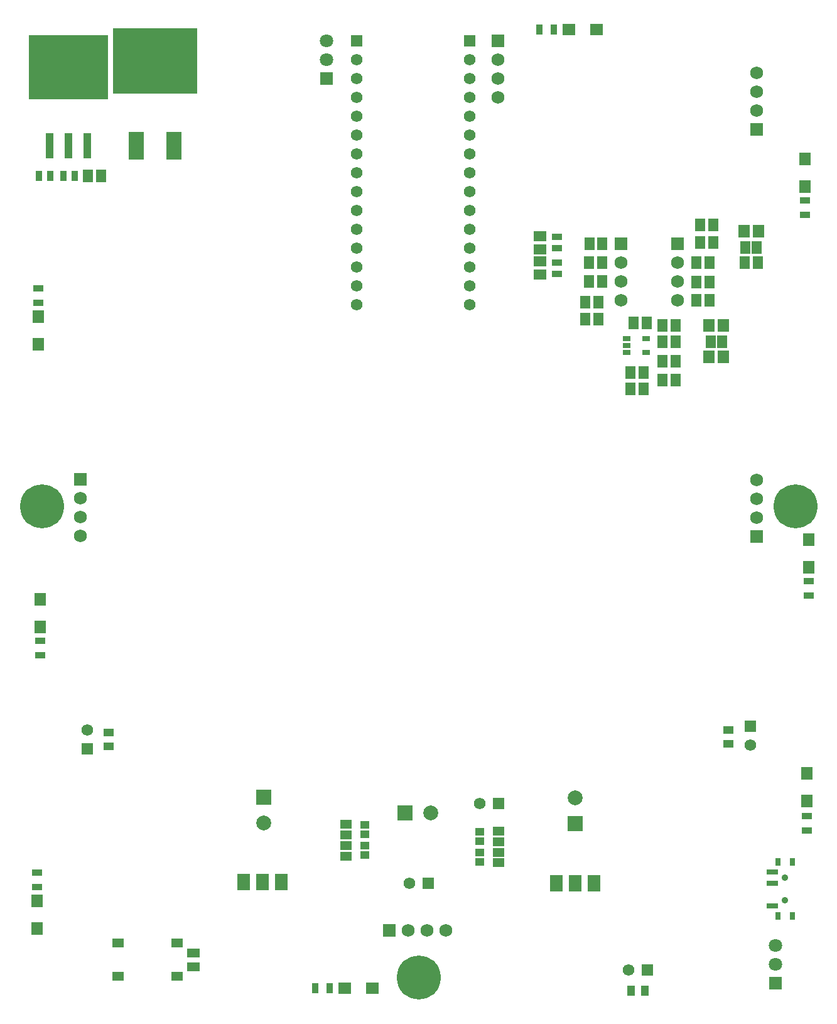
<source format=gbr>
G04*
G04 #@! TF.GenerationSoftware,Altium Limited,Altium Designer,22.4.2 (48)*
G04*
G04 Layer_Color=8388736*
%FSLAX24Y24*%
%MOIN*%
G70*
G04*
G04 #@! TF.SameCoordinates,94B06879-D93D-4629-8478-E99B9EA78D0E*
G04*
G04*
G04 #@! TF.FilePolarity,Negative*
G04*
G01*
G75*
%ADD22R,0.0610X0.0512*%
%ADD23R,0.0689X0.0591*%
%ADD24R,0.0374X0.0571*%
%ADD25R,0.0571X0.0374*%
%ADD26R,0.0591X0.0689*%
%ADD27R,0.0315X0.0394*%
%ADD28R,0.0591X0.0276*%
%ADD33R,0.0531X0.0374*%
G04:AMPARAMS|DCode=34|XSize=43.3mil|YSize=23.6mil|CornerRadius=2mil|HoleSize=0mil|Usage=FLASHONLY|Rotation=0.000|XOffset=0mil|YOffset=0mil|HoleType=Round|Shape=RoundedRectangle|*
%AMROUNDEDRECTD34*
21,1,0.0433,0.0196,0,0,0.0*
21,1,0.0393,0.0236,0,0,0.0*
1,1,0.0040,0.0196,-0.0098*
1,1,0.0040,-0.0196,-0.0098*
1,1,0.0040,-0.0196,0.0098*
1,1,0.0040,0.0196,0.0098*
%
%ADD34ROUNDEDRECTD34*%
%ADD35R,0.0819X0.1500*%
%ADD36R,0.4500X0.3500*%
%ADD37R,0.0374X0.0531*%
%ADD38R,0.0554X0.0396*%
%ADD39R,0.0396X0.0554*%
%ADD40R,0.0454X0.0395*%
%ADD41R,0.0611X0.0513*%
%ADD42R,0.0651X0.0493*%
%ADD43R,0.0611X0.0690*%
%ADD44R,0.0552X0.0651*%
%ADD45R,0.0533X0.0651*%
%ADD46R,0.0651X0.0533*%
%ADD47R,0.4213X0.3386*%
%ADD48R,0.0394X0.1339*%
%ADD49C,0.0618*%
%ADD50R,0.0618X0.0618*%
%ADD51C,0.0789*%
%ADD52R,0.0789X0.0789*%
%ADD53R,0.0618X0.0618*%
%ADD54C,0.0354*%
%ADD55R,0.0690X0.0690*%
%ADD56C,0.0690*%
%ADD57R,0.0690X0.0690*%
%ADD58C,0.2330*%
%ADD59R,0.0789X0.0789*%
%ADD60R,0.0701X0.0902*%
%ADD61R,0.0710X0.0710*%
%ADD62C,0.0710*%
D22*
X14035Y11836D02*
D03*
X17165D02*
D03*
X14035Y10064D02*
D03*
X17165D02*
D03*
D23*
X37962Y60300D02*
D03*
X39438D02*
D03*
X26062Y9450D02*
D03*
X27538D02*
D03*
D24*
X36416Y60300D02*
D03*
X37184D02*
D03*
X24516Y9450D02*
D03*
X25284D02*
D03*
D25*
X9800Y46584D02*
D03*
Y45816D02*
D03*
X9750Y15584D02*
D03*
Y14816D02*
D03*
X50700Y30266D02*
D03*
Y31034D02*
D03*
X50600Y17816D02*
D03*
Y18584D02*
D03*
X50500Y50466D02*
D03*
Y51234D02*
D03*
X9900Y27116D02*
D03*
Y27884D02*
D03*
D26*
X50700Y31762D02*
D03*
Y33238D02*
D03*
X50600Y19362D02*
D03*
Y20838D02*
D03*
X50500Y51962D02*
D03*
Y53438D02*
D03*
X9800Y45088D02*
D03*
Y43612D02*
D03*
X9900Y28612D02*
D03*
Y30088D02*
D03*
X9750Y14088D02*
D03*
Y12612D02*
D03*
D27*
X49830Y16146D02*
D03*
Y13272D02*
D03*
X49070Y16146D02*
D03*
Y13272D02*
D03*
D28*
X48761Y13824D02*
D03*
Y15595D02*
D03*
Y15005D02*
D03*
D33*
X37350Y47945D02*
D03*
Y47355D02*
D03*
Y49295D02*
D03*
Y48705D02*
D03*
D34*
X42074Y43924D02*
D03*
Y43176D02*
D03*
X41050D02*
D03*
Y43550D02*
D03*
Y43924D02*
D03*
D35*
X17000Y54150D02*
D03*
X15000D02*
D03*
D36*
X16000Y58650D02*
D03*
D37*
X11155Y52550D02*
D03*
X11745D02*
D03*
X9855D02*
D03*
X10445D02*
D03*
D38*
X46445Y23154D02*
D03*
Y22406D02*
D03*
X13550Y23024D02*
D03*
Y22276D02*
D03*
D39*
X41276Y9300D02*
D03*
X42024D02*
D03*
D40*
X33250Y17244D02*
D03*
Y17756D02*
D03*
Y16144D02*
D03*
Y16656D02*
D03*
X27150Y17594D02*
D03*
Y18106D02*
D03*
Y16500D02*
D03*
Y17012D02*
D03*
D41*
X34250Y16651D02*
D03*
Y16100D02*
D03*
Y17776D02*
D03*
Y17224D02*
D03*
X26150Y17001D02*
D03*
Y16450D02*
D03*
Y17574D02*
D03*
Y18126D02*
D03*
D42*
X18050Y10586D02*
D03*
Y11314D02*
D03*
D43*
X45400Y42950D02*
D03*
X46168D02*
D03*
X46184Y44600D02*
D03*
X45416D02*
D03*
X48034Y49600D02*
D03*
X47266D02*
D03*
D44*
X46095Y43750D02*
D03*
X45505D02*
D03*
X47945Y48750D02*
D03*
X47355D02*
D03*
D45*
X43644Y42700D02*
D03*
X42956D02*
D03*
X43644Y41700D02*
D03*
X42956D02*
D03*
X41256Y41250D02*
D03*
X41944D02*
D03*
X42094Y44750D02*
D03*
X41406D02*
D03*
X44756Y46900D02*
D03*
X45444D02*
D03*
X47994Y47950D02*
D03*
X47306D02*
D03*
X44756D02*
D03*
X45444D02*
D03*
X44956Y49000D02*
D03*
X45644D02*
D03*
X44956Y49950D02*
D03*
X45644D02*
D03*
X39061Y48950D02*
D03*
X39750D02*
D03*
X42956Y43750D02*
D03*
X43644D02*
D03*
Y44600D02*
D03*
X42956D02*
D03*
X44756Y45950D02*
D03*
X45444D02*
D03*
X39056Y47950D02*
D03*
X39744D02*
D03*
X38856Y44950D02*
D03*
X39544D02*
D03*
X38856Y45850D02*
D03*
X39544D02*
D03*
X39056Y46950D02*
D03*
X39744D02*
D03*
X41944Y42100D02*
D03*
X41256D02*
D03*
X12456Y52550D02*
D03*
X13144D02*
D03*
D46*
X36450Y47306D02*
D03*
Y47994D02*
D03*
Y49344D02*
D03*
Y48656D02*
D03*
D47*
X11400Y58305D02*
D03*
D48*
X12400Y54131D02*
D03*
X11400D02*
D03*
X10400D02*
D03*
D49*
X33250Y19250D02*
D03*
X26700Y45700D02*
D03*
Y46700D02*
D03*
Y47700D02*
D03*
Y48700D02*
D03*
Y49700D02*
D03*
Y50700D02*
D03*
Y51700D02*
D03*
Y52700D02*
D03*
Y53700D02*
D03*
Y54700D02*
D03*
Y55700D02*
D03*
Y56700D02*
D03*
Y57700D02*
D03*
Y58700D02*
D03*
X32700Y45700D02*
D03*
Y46700D02*
D03*
Y47700D02*
D03*
Y48700D02*
D03*
Y49700D02*
D03*
Y50700D02*
D03*
Y51700D02*
D03*
Y52700D02*
D03*
Y53700D02*
D03*
Y54700D02*
D03*
Y55700D02*
D03*
Y56700D02*
D03*
Y57700D02*
D03*
Y58700D02*
D03*
X29500Y15000D02*
D03*
X47595Y22330D02*
D03*
X41150Y10400D02*
D03*
X12400Y23150D02*
D03*
D50*
X34250Y19250D02*
D03*
X30500Y15000D02*
D03*
X42150Y10400D02*
D03*
D51*
X30650Y18750D02*
D03*
X38311Y19539D02*
D03*
X21789Y18211D02*
D03*
D52*
X29272Y18750D02*
D03*
D53*
X26700Y59700D02*
D03*
X32700D02*
D03*
X47595Y23330D02*
D03*
X12400Y22150D02*
D03*
D54*
X49450Y15300D02*
D03*
Y14119D02*
D03*
D55*
X47950Y55000D02*
D03*
X43750Y48950D02*
D03*
X40750D02*
D03*
X34200Y59700D02*
D03*
X12050Y36450D02*
D03*
X47950Y33400D02*
D03*
D56*
Y56000D02*
D03*
Y57000D02*
D03*
Y58000D02*
D03*
X29450Y12500D02*
D03*
X30450D02*
D03*
X31450D02*
D03*
X43750Y47950D02*
D03*
Y46950D02*
D03*
Y45950D02*
D03*
X40750Y47950D02*
D03*
Y46950D02*
D03*
Y45950D02*
D03*
X34200Y58700D02*
D03*
Y57700D02*
D03*
Y56700D02*
D03*
X12050Y35450D02*
D03*
Y34450D02*
D03*
Y33450D02*
D03*
X47950Y34400D02*
D03*
Y35400D02*
D03*
Y36400D02*
D03*
D57*
X28450Y12500D02*
D03*
D58*
X10000Y35000D02*
D03*
X50000D02*
D03*
X30000Y10000D02*
D03*
D59*
X38311Y18161D02*
D03*
X21789Y19589D02*
D03*
D60*
X20700Y15074D02*
D03*
X21700D02*
D03*
X22700D02*
D03*
X37300Y15024D02*
D03*
X38300D02*
D03*
X39300D02*
D03*
D61*
X48950Y9700D02*
D03*
X25100Y57700D02*
D03*
D62*
X48950Y10700D02*
D03*
Y11700D02*
D03*
X25100Y58700D02*
D03*
Y59700D02*
D03*
M02*

</source>
